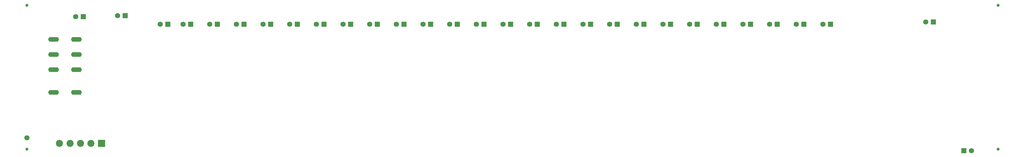
<source format=gbr>
G04 DipTrace 2.4.0.1*
%INBottomMask.gbr*%
%MOIN*%
%ADD37C,0.0394*%
%ADD53O,0.1407X0.062*%
%ADD55C,0.0926*%
%ADD59R,0.0926X0.0926*%
%ADD61C,0.0689*%
%ADD65R,0.0689X0.0689*%
%FSLAX44Y44*%
G04*
G70*
G90*
G75*
G01*
%LNBotMask*%
%LPD*%
D37*
X5440Y24440D3*
X132940D3*
D65*
X18315Y23065D3*
D61*
X17315D3*
D65*
X128440Y5240D3*
D61*
X129440D3*
D59*
X15214Y6215D3*
D55*
X13836D3*
X12458D3*
X11080D3*
X9702D3*
D53*
X11940Y12940D3*
Y15940D3*
Y17940D3*
Y19940D3*
X8940D3*
Y17940D3*
Y15940D3*
Y12940D3*
D65*
X124440Y22240D3*
D61*
X123440D3*
D65*
X26940Y21940D3*
D61*
X25940D3*
D65*
X33940D3*
D61*
X32940D3*
D65*
X40940D3*
D61*
X39940D3*
D65*
X47940D3*
D61*
X46940D3*
D65*
X54940D3*
D61*
X53940D3*
D65*
X61940D3*
D61*
X60940D3*
D65*
X68940D3*
D61*
X67940D3*
D65*
X75940D3*
D61*
X74940D3*
D65*
X82940D3*
D61*
X81940D3*
D65*
X89940D3*
D61*
X88940D3*
D65*
X96940D3*
D61*
X95940D3*
D65*
X103940D3*
D61*
X102940D3*
D65*
X110940D3*
D61*
X109940D3*
D65*
X23940D3*
D61*
X22940D3*
D65*
X30440D3*
D61*
X29440D3*
D65*
X37440D3*
D61*
X36440D3*
D65*
X44440D3*
D61*
X43440D3*
D65*
X51440D3*
D61*
X50440D3*
D65*
X58440D3*
D61*
X57440D3*
D65*
X65440D3*
D61*
X64440D3*
D65*
X72440D3*
D61*
X71440D3*
D65*
X79440D3*
D61*
X78440D3*
D65*
X86440D3*
D61*
X85440D3*
D65*
X93440D3*
D61*
X92440D3*
D65*
X100440D3*
D61*
X99440D3*
D65*
X107440D3*
D61*
X106440D3*
D65*
X12815Y22940D3*
D61*
X11815D3*
X5440Y6940D3*
D37*
Y5440D3*
X132940D3*
M02*

</source>
